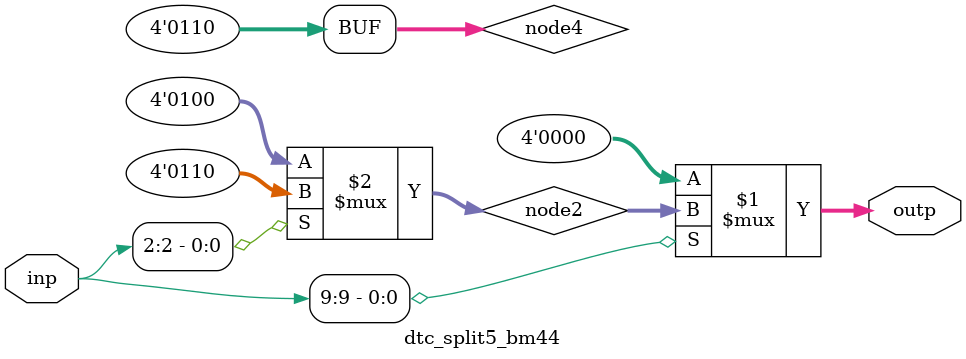
<source format=v>
module dtc_split5_bm44 (
	input  wire [10-1:0] inp,
	output wire [4-1:0] outp
);

	wire [4-1:0] node2;
	wire [4-1:0] node4;

	assign outp = (inp[9]) ? node2 : 4'b0000;
		assign node2 = (inp[2]) ? node4 : 4'b0100;
			assign node4 = (inp[7]) ? 4'b0110 : 4'b0110;

endmodule
</source>
